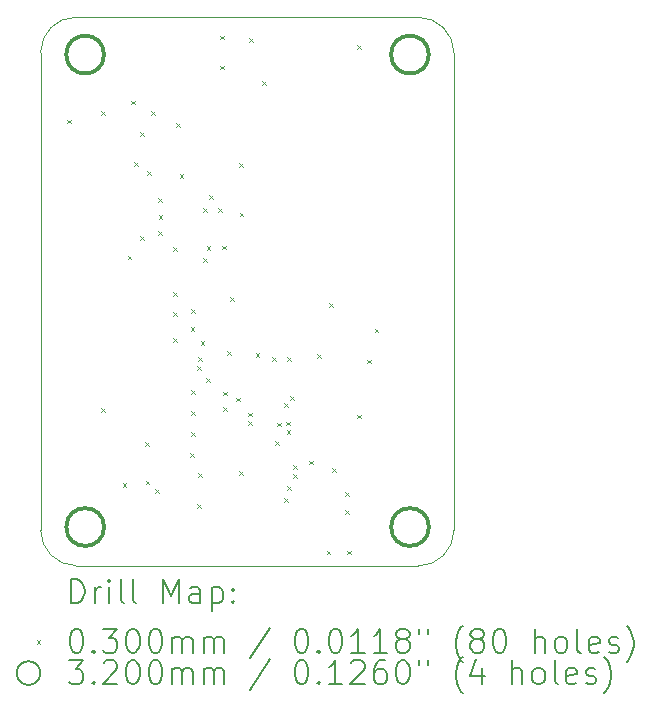
<source format=gbr>
%TF.GenerationSoftware,KiCad,Pcbnew,8.0.8*%
%TF.CreationDate,2025-04-15T16:19:55+05:30*%
%TF.ProjectId,STHDAQ_BX,53544844-4151-45f4-9258-2e6b69636164,rev?*%
%TF.SameCoordinates,Original*%
%TF.FileFunction,Drillmap*%
%TF.FilePolarity,Positive*%
%FSLAX45Y45*%
G04 Gerber Fmt 4.5, Leading zero omitted, Abs format (unit mm)*
G04 Created by KiCad (PCBNEW 8.0.8) date 2025-04-15 16:19:55*
%MOMM*%
%LPD*%
G01*
G04 APERTURE LIST*
%ADD10C,0.050000*%
%ADD11C,0.200000*%
%ADD12C,0.100000*%
%ADD13C,0.320000*%
G04 APERTURE END LIST*
D10*
X17322800Y-12746000D02*
G75*
G02*
X17022800Y-12446000I0J300000D01*
G01*
X20523200Y-8407400D02*
X20523200Y-12446000D01*
X17322800Y-8102600D02*
X20218400Y-8102600D01*
X20218400Y-12750007D02*
X17322800Y-12746000D01*
X17022800Y-12446000D02*
X17022800Y-8402600D01*
X20218400Y-8102600D02*
G75*
G02*
X20523200Y-8407400I0J-304800D01*
G01*
X20522407Y-12446000D02*
G75*
G02*
X20218400Y-12750007I-304007J0D01*
G01*
X17022800Y-8402600D02*
G75*
G02*
X17322800Y-8102600I300000J0D01*
G01*
D11*
D12*
X17246200Y-8971000D02*
X17276200Y-9001000D01*
X17276200Y-8971000D02*
X17246200Y-9001000D01*
X17534600Y-8899000D02*
X17564600Y-8929000D01*
X17564600Y-8899000D02*
X17534600Y-8929000D01*
X17536400Y-11413000D02*
X17566400Y-11443000D01*
X17566400Y-11413000D02*
X17536400Y-11443000D01*
X17719500Y-12050000D02*
X17749500Y-12080000D01*
X17749500Y-12050000D02*
X17719500Y-12080000D01*
X17761149Y-10123451D02*
X17791149Y-10153451D01*
X17791149Y-10123451D02*
X17761149Y-10153451D01*
X17790400Y-8808850D02*
X17820400Y-8838850D01*
X17820400Y-8808850D02*
X17790400Y-8838850D01*
X17815800Y-9332200D02*
X17845800Y-9362200D01*
X17845800Y-9332200D02*
X17815800Y-9362200D01*
X17866600Y-9078555D02*
X17896600Y-9108555D01*
X17896600Y-9078555D02*
X17866600Y-9108555D01*
X17866600Y-9957150D02*
X17896600Y-9987150D01*
X17896600Y-9957150D02*
X17866600Y-9987150D01*
X17907350Y-11703400D02*
X17937350Y-11733400D01*
X17937350Y-11703400D02*
X17907350Y-11733400D01*
X17914655Y-12027345D02*
X17944655Y-12057345D01*
X17944655Y-12027345D02*
X17914655Y-12057345D01*
X17927750Y-9408400D02*
X17957750Y-9438400D01*
X17957750Y-9408400D02*
X17927750Y-9438400D01*
X17961400Y-8901800D02*
X17991400Y-8931800D01*
X17991400Y-8901800D02*
X17961400Y-8931800D01*
X17993600Y-12100800D02*
X18023600Y-12130800D01*
X18023600Y-12100800D02*
X17993600Y-12130800D01*
X18019000Y-9637000D02*
X18049000Y-9667000D01*
X18049000Y-9637000D02*
X18019000Y-9667000D01*
X18019000Y-9916400D02*
X18049000Y-9946400D01*
X18049000Y-9916400D02*
X18019000Y-9946400D01*
X18023500Y-9780008D02*
X18053500Y-9810008D01*
X18053500Y-9780008D02*
X18023500Y-9810008D01*
X18146000Y-10048700D02*
X18176000Y-10078700D01*
X18176000Y-10048700D02*
X18146000Y-10078700D01*
X18146000Y-10429700D02*
X18176000Y-10459700D01*
X18176000Y-10429700D02*
X18146000Y-10459700D01*
X18146000Y-10602200D02*
X18176000Y-10632200D01*
X18176000Y-10602200D02*
X18146000Y-10632200D01*
X18146000Y-10820750D02*
X18176000Y-10850750D01*
X18176000Y-10820750D02*
X18146000Y-10850750D01*
X18170400Y-9003200D02*
X18200400Y-9033200D01*
X18200400Y-9003200D02*
X18170400Y-9033200D01*
X18199000Y-9430739D02*
X18229000Y-9460739D01*
X18229000Y-9430739D02*
X18199000Y-9460739D01*
X18289800Y-11796000D02*
X18319800Y-11826000D01*
X18319800Y-11796000D02*
X18289800Y-11826000D01*
X18293500Y-10729200D02*
X18323500Y-10759200D01*
X18323500Y-10729200D02*
X18293500Y-10759200D01*
X18298400Y-10576800D02*
X18328400Y-10606800D01*
X18328400Y-10576800D02*
X18298400Y-10606800D01*
X18298400Y-11262600D02*
X18328400Y-11292600D01*
X18328400Y-11262600D02*
X18298400Y-11292600D01*
X18298400Y-11440400D02*
X18328400Y-11470400D01*
X18328400Y-11440400D02*
X18298400Y-11470400D01*
X18298400Y-11618200D02*
X18328400Y-11648200D01*
X18328400Y-11618200D02*
X18298400Y-11648200D01*
X18349200Y-11059400D02*
X18379200Y-11089400D01*
X18379200Y-11059400D02*
X18349200Y-11089400D01*
X18349200Y-12227800D02*
X18379200Y-12257800D01*
X18379200Y-12227800D02*
X18349200Y-12257800D01*
X18357574Y-10983200D02*
X18387574Y-11013200D01*
X18387574Y-10983200D02*
X18357574Y-11013200D01*
X18359250Y-11963750D02*
X18389250Y-11993750D01*
X18389250Y-11963750D02*
X18359250Y-11993750D01*
X18379200Y-10847598D02*
X18409200Y-10877598D01*
X18409200Y-10847598D02*
X18379200Y-10877598D01*
X18400000Y-9719000D02*
X18430000Y-9749000D01*
X18430000Y-9719000D02*
X18400000Y-9749000D01*
X18400000Y-10145000D02*
X18430000Y-10175000D01*
X18430000Y-10145000D02*
X18400000Y-10175000D01*
X18426144Y-11160256D02*
X18456144Y-11190256D01*
X18456144Y-11160256D02*
X18426144Y-11190256D01*
X18428145Y-10040655D02*
X18458145Y-10070655D01*
X18458145Y-10040655D02*
X18428145Y-10070655D01*
X18450800Y-9611600D02*
X18480800Y-9641600D01*
X18480800Y-9611600D02*
X18450800Y-9641600D01*
X18527000Y-9719000D02*
X18557000Y-9749000D01*
X18557000Y-9719000D02*
X18527000Y-9749000D01*
X18545135Y-8259150D02*
X18575135Y-8289150D01*
X18575135Y-8259150D02*
X18545135Y-8289150D01*
X18545135Y-8513150D02*
X18575135Y-8543150D01*
X18575135Y-8513150D02*
X18545135Y-8543150D01*
X18559331Y-10036469D02*
X18589331Y-10066469D01*
X18589331Y-10036469D02*
X18559331Y-10066469D01*
X18570180Y-11274900D02*
X18600180Y-11304900D01*
X18600180Y-11274900D02*
X18570180Y-11304900D01*
X18570180Y-11404900D02*
X18600180Y-11434900D01*
X18600180Y-11404900D02*
X18570180Y-11434900D01*
X18603200Y-10932400D02*
X18633200Y-10962400D01*
X18633200Y-10932400D02*
X18603200Y-10962400D01*
X18628600Y-10475200D02*
X18658600Y-10505200D01*
X18658600Y-10475200D02*
X18628600Y-10505200D01*
X18680200Y-11324986D02*
X18710200Y-11354986D01*
X18710200Y-11324986D02*
X18680200Y-11354986D01*
X18704800Y-9340600D02*
X18734800Y-9370600D01*
X18734800Y-9340600D02*
X18704800Y-9370600D01*
X18704800Y-11948400D02*
X18734800Y-11978400D01*
X18734800Y-11948400D02*
X18704800Y-11978400D01*
X18709511Y-9760089D02*
X18739511Y-9790089D01*
X18739511Y-9760089D02*
X18709511Y-9790089D01*
X18780200Y-11452907D02*
X18810200Y-11482907D01*
X18810200Y-11452907D02*
X18780200Y-11482907D01*
X18780200Y-11522908D02*
X18810200Y-11552908D01*
X18810200Y-11522908D02*
X18780200Y-11552908D01*
X18788150Y-8281800D02*
X18818150Y-8311800D01*
X18818150Y-8281800D02*
X18788150Y-8311800D01*
X18843128Y-10946472D02*
X18873128Y-10976472D01*
X18873128Y-10946472D02*
X18843128Y-10976472D01*
X18899150Y-8646400D02*
X18929150Y-8676400D01*
X18929150Y-8646400D02*
X18899150Y-8676400D01*
X18984200Y-10983200D02*
X19014200Y-11013200D01*
X19014200Y-10983200D02*
X18984200Y-11013200D01*
X19009600Y-11694400D02*
X19039600Y-11724400D01*
X19039600Y-11694400D02*
X19009600Y-11724400D01*
X19026323Y-11537564D02*
X19056323Y-11567564D01*
X19056323Y-11537564D02*
X19026323Y-11567564D01*
X19085800Y-12177000D02*
X19115800Y-12207000D01*
X19115800Y-12177000D02*
X19085800Y-12207000D01*
X19086600Y-11370489D02*
X19116600Y-11400489D01*
X19116600Y-11370489D02*
X19086600Y-11400489D01*
X19104644Y-11529954D02*
X19134644Y-11559954D01*
X19134644Y-11529954D02*
X19104644Y-11559954D01*
X19107400Y-11599900D02*
X19137400Y-11629900D01*
X19137400Y-11599900D02*
X19107400Y-11629900D01*
X19111200Y-10983200D02*
X19141200Y-11013200D01*
X19141200Y-10983200D02*
X19111200Y-11013200D01*
X19111200Y-12075400D02*
X19141200Y-12105400D01*
X19141200Y-12075400D02*
X19111200Y-12105400D01*
X19136600Y-11313400D02*
X19166600Y-11343400D01*
X19166600Y-11313400D02*
X19136600Y-11343400D01*
X19162000Y-11973800D02*
X19192000Y-12003800D01*
X19192000Y-11973800D02*
X19162000Y-12003800D01*
X19162320Y-11897920D02*
X19192320Y-11927920D01*
X19192320Y-11897920D02*
X19162320Y-11927920D01*
X19296620Y-11859900D02*
X19326620Y-11889900D01*
X19326620Y-11859900D02*
X19296620Y-11889900D01*
X19365200Y-10957800D02*
X19395200Y-10987800D01*
X19395200Y-10957800D02*
X19365200Y-10987800D01*
X19444600Y-12622050D02*
X19474600Y-12652050D01*
X19474600Y-12622050D02*
X19444600Y-12652050D01*
X19466800Y-10526000D02*
X19496800Y-10556000D01*
X19496800Y-10526000D02*
X19466800Y-10556000D01*
X19492200Y-11923000D02*
X19522200Y-11953000D01*
X19522200Y-11923000D02*
X19492200Y-11953000D01*
X19603850Y-12126200D02*
X19633850Y-12156200D01*
X19633850Y-12126200D02*
X19603850Y-12156200D01*
X19603850Y-12278600D02*
X19633850Y-12308600D01*
X19633850Y-12278600D02*
X19603850Y-12308600D01*
X19619200Y-12622050D02*
X19649200Y-12652050D01*
X19649200Y-12622050D02*
X19619200Y-12652050D01*
X19704000Y-8341600D02*
X19734000Y-8371600D01*
X19734000Y-8341600D02*
X19704000Y-8371600D01*
X19704600Y-11467400D02*
X19734600Y-11497400D01*
X19734600Y-11467400D02*
X19704600Y-11497400D01*
X19786950Y-11004400D02*
X19816950Y-11034400D01*
X19816950Y-11004400D02*
X19786950Y-11034400D01*
X19851000Y-10741000D02*
X19881000Y-10771000D01*
X19881000Y-10741000D02*
X19851000Y-10771000D01*
D13*
X17560000Y-8420000D02*
G75*
G02*
X17240000Y-8420000I-160000J0D01*
G01*
X17240000Y-8420000D02*
G75*
G02*
X17560000Y-8420000I160000J0D01*
G01*
X17560000Y-12420000D02*
G75*
G02*
X17240000Y-12420000I-160000J0D01*
G01*
X17240000Y-12420000D02*
G75*
G02*
X17560000Y-12420000I160000J0D01*
G01*
X20310000Y-8420000D02*
G75*
G02*
X19990000Y-8420000I-160000J0D01*
G01*
X19990000Y-8420000D02*
G75*
G02*
X20310000Y-8420000I160000J0D01*
G01*
X20310000Y-12420000D02*
G75*
G02*
X19990000Y-12420000I-160000J0D01*
G01*
X19990000Y-12420000D02*
G75*
G02*
X20310000Y-12420000I160000J0D01*
G01*
D11*
X17281077Y-13063991D02*
X17281077Y-12863991D01*
X17281077Y-12863991D02*
X17328696Y-12863991D01*
X17328696Y-12863991D02*
X17357267Y-12873515D01*
X17357267Y-12873515D02*
X17376315Y-12892563D01*
X17376315Y-12892563D02*
X17385839Y-12911610D01*
X17385839Y-12911610D02*
X17395363Y-12949705D01*
X17395363Y-12949705D02*
X17395363Y-12978277D01*
X17395363Y-12978277D02*
X17385839Y-13016372D01*
X17385839Y-13016372D02*
X17376315Y-13035420D01*
X17376315Y-13035420D02*
X17357267Y-13054467D01*
X17357267Y-13054467D02*
X17328696Y-13063991D01*
X17328696Y-13063991D02*
X17281077Y-13063991D01*
X17481077Y-13063991D02*
X17481077Y-12930658D01*
X17481077Y-12968753D02*
X17490601Y-12949705D01*
X17490601Y-12949705D02*
X17500124Y-12940182D01*
X17500124Y-12940182D02*
X17519172Y-12930658D01*
X17519172Y-12930658D02*
X17538220Y-12930658D01*
X17604886Y-13063991D02*
X17604886Y-12930658D01*
X17604886Y-12863991D02*
X17595363Y-12873515D01*
X17595363Y-12873515D02*
X17604886Y-12883039D01*
X17604886Y-12883039D02*
X17614410Y-12873515D01*
X17614410Y-12873515D02*
X17604886Y-12863991D01*
X17604886Y-12863991D02*
X17604886Y-12883039D01*
X17728696Y-13063991D02*
X17709648Y-13054467D01*
X17709648Y-13054467D02*
X17700124Y-13035420D01*
X17700124Y-13035420D02*
X17700124Y-12863991D01*
X17833458Y-13063991D02*
X17814410Y-13054467D01*
X17814410Y-13054467D02*
X17804886Y-13035420D01*
X17804886Y-13035420D02*
X17804886Y-12863991D01*
X18062029Y-13063991D02*
X18062029Y-12863991D01*
X18062029Y-12863991D02*
X18128696Y-13006848D01*
X18128696Y-13006848D02*
X18195363Y-12863991D01*
X18195363Y-12863991D02*
X18195363Y-13063991D01*
X18376315Y-13063991D02*
X18376315Y-12959229D01*
X18376315Y-12959229D02*
X18366791Y-12940182D01*
X18366791Y-12940182D02*
X18347744Y-12930658D01*
X18347744Y-12930658D02*
X18309648Y-12930658D01*
X18309648Y-12930658D02*
X18290601Y-12940182D01*
X18376315Y-13054467D02*
X18357267Y-13063991D01*
X18357267Y-13063991D02*
X18309648Y-13063991D01*
X18309648Y-13063991D02*
X18290601Y-13054467D01*
X18290601Y-13054467D02*
X18281077Y-13035420D01*
X18281077Y-13035420D02*
X18281077Y-13016372D01*
X18281077Y-13016372D02*
X18290601Y-12997324D01*
X18290601Y-12997324D02*
X18309648Y-12987801D01*
X18309648Y-12987801D02*
X18357267Y-12987801D01*
X18357267Y-12987801D02*
X18376315Y-12978277D01*
X18471553Y-12930658D02*
X18471553Y-13130658D01*
X18471553Y-12940182D02*
X18490601Y-12930658D01*
X18490601Y-12930658D02*
X18528696Y-12930658D01*
X18528696Y-12930658D02*
X18547744Y-12940182D01*
X18547744Y-12940182D02*
X18557267Y-12949705D01*
X18557267Y-12949705D02*
X18566791Y-12968753D01*
X18566791Y-12968753D02*
X18566791Y-13025896D01*
X18566791Y-13025896D02*
X18557267Y-13044943D01*
X18557267Y-13044943D02*
X18547744Y-13054467D01*
X18547744Y-13054467D02*
X18528696Y-13063991D01*
X18528696Y-13063991D02*
X18490601Y-13063991D01*
X18490601Y-13063991D02*
X18471553Y-13054467D01*
X18652505Y-13044943D02*
X18662029Y-13054467D01*
X18662029Y-13054467D02*
X18652505Y-13063991D01*
X18652505Y-13063991D02*
X18642982Y-13054467D01*
X18642982Y-13054467D02*
X18652505Y-13044943D01*
X18652505Y-13044943D02*
X18652505Y-13063991D01*
X18652505Y-12940182D02*
X18662029Y-12949705D01*
X18662029Y-12949705D02*
X18652505Y-12959229D01*
X18652505Y-12959229D02*
X18642982Y-12949705D01*
X18642982Y-12949705D02*
X18652505Y-12940182D01*
X18652505Y-12940182D02*
X18652505Y-12959229D01*
D12*
X16990300Y-13377507D02*
X17020300Y-13407507D01*
X17020300Y-13377507D02*
X16990300Y-13407507D01*
D11*
X17319172Y-13283991D02*
X17338220Y-13283991D01*
X17338220Y-13283991D02*
X17357267Y-13293515D01*
X17357267Y-13293515D02*
X17366791Y-13303039D01*
X17366791Y-13303039D02*
X17376315Y-13322086D01*
X17376315Y-13322086D02*
X17385839Y-13360182D01*
X17385839Y-13360182D02*
X17385839Y-13407801D01*
X17385839Y-13407801D02*
X17376315Y-13445896D01*
X17376315Y-13445896D02*
X17366791Y-13464943D01*
X17366791Y-13464943D02*
X17357267Y-13474467D01*
X17357267Y-13474467D02*
X17338220Y-13483991D01*
X17338220Y-13483991D02*
X17319172Y-13483991D01*
X17319172Y-13483991D02*
X17300124Y-13474467D01*
X17300124Y-13474467D02*
X17290601Y-13464943D01*
X17290601Y-13464943D02*
X17281077Y-13445896D01*
X17281077Y-13445896D02*
X17271553Y-13407801D01*
X17271553Y-13407801D02*
X17271553Y-13360182D01*
X17271553Y-13360182D02*
X17281077Y-13322086D01*
X17281077Y-13322086D02*
X17290601Y-13303039D01*
X17290601Y-13303039D02*
X17300124Y-13293515D01*
X17300124Y-13293515D02*
X17319172Y-13283991D01*
X17471553Y-13464943D02*
X17481077Y-13474467D01*
X17481077Y-13474467D02*
X17471553Y-13483991D01*
X17471553Y-13483991D02*
X17462029Y-13474467D01*
X17462029Y-13474467D02*
X17471553Y-13464943D01*
X17471553Y-13464943D02*
X17471553Y-13483991D01*
X17547744Y-13283991D02*
X17671553Y-13283991D01*
X17671553Y-13283991D02*
X17604886Y-13360182D01*
X17604886Y-13360182D02*
X17633458Y-13360182D01*
X17633458Y-13360182D02*
X17652505Y-13369705D01*
X17652505Y-13369705D02*
X17662029Y-13379229D01*
X17662029Y-13379229D02*
X17671553Y-13398277D01*
X17671553Y-13398277D02*
X17671553Y-13445896D01*
X17671553Y-13445896D02*
X17662029Y-13464943D01*
X17662029Y-13464943D02*
X17652505Y-13474467D01*
X17652505Y-13474467D02*
X17633458Y-13483991D01*
X17633458Y-13483991D02*
X17576315Y-13483991D01*
X17576315Y-13483991D02*
X17557267Y-13474467D01*
X17557267Y-13474467D02*
X17547744Y-13464943D01*
X17795363Y-13283991D02*
X17814410Y-13283991D01*
X17814410Y-13283991D02*
X17833458Y-13293515D01*
X17833458Y-13293515D02*
X17842982Y-13303039D01*
X17842982Y-13303039D02*
X17852505Y-13322086D01*
X17852505Y-13322086D02*
X17862029Y-13360182D01*
X17862029Y-13360182D02*
X17862029Y-13407801D01*
X17862029Y-13407801D02*
X17852505Y-13445896D01*
X17852505Y-13445896D02*
X17842982Y-13464943D01*
X17842982Y-13464943D02*
X17833458Y-13474467D01*
X17833458Y-13474467D02*
X17814410Y-13483991D01*
X17814410Y-13483991D02*
X17795363Y-13483991D01*
X17795363Y-13483991D02*
X17776315Y-13474467D01*
X17776315Y-13474467D02*
X17766791Y-13464943D01*
X17766791Y-13464943D02*
X17757267Y-13445896D01*
X17757267Y-13445896D02*
X17747744Y-13407801D01*
X17747744Y-13407801D02*
X17747744Y-13360182D01*
X17747744Y-13360182D02*
X17757267Y-13322086D01*
X17757267Y-13322086D02*
X17766791Y-13303039D01*
X17766791Y-13303039D02*
X17776315Y-13293515D01*
X17776315Y-13293515D02*
X17795363Y-13283991D01*
X17985839Y-13283991D02*
X18004886Y-13283991D01*
X18004886Y-13283991D02*
X18023934Y-13293515D01*
X18023934Y-13293515D02*
X18033458Y-13303039D01*
X18033458Y-13303039D02*
X18042982Y-13322086D01*
X18042982Y-13322086D02*
X18052505Y-13360182D01*
X18052505Y-13360182D02*
X18052505Y-13407801D01*
X18052505Y-13407801D02*
X18042982Y-13445896D01*
X18042982Y-13445896D02*
X18033458Y-13464943D01*
X18033458Y-13464943D02*
X18023934Y-13474467D01*
X18023934Y-13474467D02*
X18004886Y-13483991D01*
X18004886Y-13483991D02*
X17985839Y-13483991D01*
X17985839Y-13483991D02*
X17966791Y-13474467D01*
X17966791Y-13474467D02*
X17957267Y-13464943D01*
X17957267Y-13464943D02*
X17947744Y-13445896D01*
X17947744Y-13445896D02*
X17938220Y-13407801D01*
X17938220Y-13407801D02*
X17938220Y-13360182D01*
X17938220Y-13360182D02*
X17947744Y-13322086D01*
X17947744Y-13322086D02*
X17957267Y-13303039D01*
X17957267Y-13303039D02*
X17966791Y-13293515D01*
X17966791Y-13293515D02*
X17985839Y-13283991D01*
X18138220Y-13483991D02*
X18138220Y-13350658D01*
X18138220Y-13369705D02*
X18147744Y-13360182D01*
X18147744Y-13360182D02*
X18166791Y-13350658D01*
X18166791Y-13350658D02*
X18195363Y-13350658D01*
X18195363Y-13350658D02*
X18214410Y-13360182D01*
X18214410Y-13360182D02*
X18223934Y-13379229D01*
X18223934Y-13379229D02*
X18223934Y-13483991D01*
X18223934Y-13379229D02*
X18233458Y-13360182D01*
X18233458Y-13360182D02*
X18252505Y-13350658D01*
X18252505Y-13350658D02*
X18281077Y-13350658D01*
X18281077Y-13350658D02*
X18300125Y-13360182D01*
X18300125Y-13360182D02*
X18309648Y-13379229D01*
X18309648Y-13379229D02*
X18309648Y-13483991D01*
X18404886Y-13483991D02*
X18404886Y-13350658D01*
X18404886Y-13369705D02*
X18414410Y-13360182D01*
X18414410Y-13360182D02*
X18433458Y-13350658D01*
X18433458Y-13350658D02*
X18462029Y-13350658D01*
X18462029Y-13350658D02*
X18481077Y-13360182D01*
X18481077Y-13360182D02*
X18490601Y-13379229D01*
X18490601Y-13379229D02*
X18490601Y-13483991D01*
X18490601Y-13379229D02*
X18500125Y-13360182D01*
X18500125Y-13360182D02*
X18519172Y-13350658D01*
X18519172Y-13350658D02*
X18547744Y-13350658D01*
X18547744Y-13350658D02*
X18566791Y-13360182D01*
X18566791Y-13360182D02*
X18576315Y-13379229D01*
X18576315Y-13379229D02*
X18576315Y-13483991D01*
X18966791Y-13274467D02*
X18795363Y-13531610D01*
X19223934Y-13283991D02*
X19242982Y-13283991D01*
X19242982Y-13283991D02*
X19262029Y-13293515D01*
X19262029Y-13293515D02*
X19271553Y-13303039D01*
X19271553Y-13303039D02*
X19281077Y-13322086D01*
X19281077Y-13322086D02*
X19290601Y-13360182D01*
X19290601Y-13360182D02*
X19290601Y-13407801D01*
X19290601Y-13407801D02*
X19281077Y-13445896D01*
X19281077Y-13445896D02*
X19271553Y-13464943D01*
X19271553Y-13464943D02*
X19262029Y-13474467D01*
X19262029Y-13474467D02*
X19242982Y-13483991D01*
X19242982Y-13483991D02*
X19223934Y-13483991D01*
X19223934Y-13483991D02*
X19204887Y-13474467D01*
X19204887Y-13474467D02*
X19195363Y-13464943D01*
X19195363Y-13464943D02*
X19185839Y-13445896D01*
X19185839Y-13445896D02*
X19176315Y-13407801D01*
X19176315Y-13407801D02*
X19176315Y-13360182D01*
X19176315Y-13360182D02*
X19185839Y-13322086D01*
X19185839Y-13322086D02*
X19195363Y-13303039D01*
X19195363Y-13303039D02*
X19204887Y-13293515D01*
X19204887Y-13293515D02*
X19223934Y-13283991D01*
X19376315Y-13464943D02*
X19385839Y-13474467D01*
X19385839Y-13474467D02*
X19376315Y-13483991D01*
X19376315Y-13483991D02*
X19366791Y-13474467D01*
X19366791Y-13474467D02*
X19376315Y-13464943D01*
X19376315Y-13464943D02*
X19376315Y-13483991D01*
X19509648Y-13283991D02*
X19528696Y-13283991D01*
X19528696Y-13283991D02*
X19547744Y-13293515D01*
X19547744Y-13293515D02*
X19557268Y-13303039D01*
X19557268Y-13303039D02*
X19566791Y-13322086D01*
X19566791Y-13322086D02*
X19576315Y-13360182D01*
X19576315Y-13360182D02*
X19576315Y-13407801D01*
X19576315Y-13407801D02*
X19566791Y-13445896D01*
X19566791Y-13445896D02*
X19557268Y-13464943D01*
X19557268Y-13464943D02*
X19547744Y-13474467D01*
X19547744Y-13474467D02*
X19528696Y-13483991D01*
X19528696Y-13483991D02*
X19509648Y-13483991D01*
X19509648Y-13483991D02*
X19490601Y-13474467D01*
X19490601Y-13474467D02*
X19481077Y-13464943D01*
X19481077Y-13464943D02*
X19471553Y-13445896D01*
X19471553Y-13445896D02*
X19462029Y-13407801D01*
X19462029Y-13407801D02*
X19462029Y-13360182D01*
X19462029Y-13360182D02*
X19471553Y-13322086D01*
X19471553Y-13322086D02*
X19481077Y-13303039D01*
X19481077Y-13303039D02*
X19490601Y-13293515D01*
X19490601Y-13293515D02*
X19509648Y-13283991D01*
X19766791Y-13483991D02*
X19652506Y-13483991D01*
X19709648Y-13483991D02*
X19709648Y-13283991D01*
X19709648Y-13283991D02*
X19690601Y-13312563D01*
X19690601Y-13312563D02*
X19671553Y-13331610D01*
X19671553Y-13331610D02*
X19652506Y-13341134D01*
X19957268Y-13483991D02*
X19842982Y-13483991D01*
X19900125Y-13483991D02*
X19900125Y-13283991D01*
X19900125Y-13283991D02*
X19881077Y-13312563D01*
X19881077Y-13312563D02*
X19862029Y-13331610D01*
X19862029Y-13331610D02*
X19842982Y-13341134D01*
X20071553Y-13369705D02*
X20052506Y-13360182D01*
X20052506Y-13360182D02*
X20042982Y-13350658D01*
X20042982Y-13350658D02*
X20033458Y-13331610D01*
X20033458Y-13331610D02*
X20033458Y-13322086D01*
X20033458Y-13322086D02*
X20042982Y-13303039D01*
X20042982Y-13303039D02*
X20052506Y-13293515D01*
X20052506Y-13293515D02*
X20071553Y-13283991D01*
X20071553Y-13283991D02*
X20109649Y-13283991D01*
X20109649Y-13283991D02*
X20128696Y-13293515D01*
X20128696Y-13293515D02*
X20138220Y-13303039D01*
X20138220Y-13303039D02*
X20147744Y-13322086D01*
X20147744Y-13322086D02*
X20147744Y-13331610D01*
X20147744Y-13331610D02*
X20138220Y-13350658D01*
X20138220Y-13350658D02*
X20128696Y-13360182D01*
X20128696Y-13360182D02*
X20109649Y-13369705D01*
X20109649Y-13369705D02*
X20071553Y-13369705D01*
X20071553Y-13369705D02*
X20052506Y-13379229D01*
X20052506Y-13379229D02*
X20042982Y-13388753D01*
X20042982Y-13388753D02*
X20033458Y-13407801D01*
X20033458Y-13407801D02*
X20033458Y-13445896D01*
X20033458Y-13445896D02*
X20042982Y-13464943D01*
X20042982Y-13464943D02*
X20052506Y-13474467D01*
X20052506Y-13474467D02*
X20071553Y-13483991D01*
X20071553Y-13483991D02*
X20109649Y-13483991D01*
X20109649Y-13483991D02*
X20128696Y-13474467D01*
X20128696Y-13474467D02*
X20138220Y-13464943D01*
X20138220Y-13464943D02*
X20147744Y-13445896D01*
X20147744Y-13445896D02*
X20147744Y-13407801D01*
X20147744Y-13407801D02*
X20138220Y-13388753D01*
X20138220Y-13388753D02*
X20128696Y-13379229D01*
X20128696Y-13379229D02*
X20109649Y-13369705D01*
X20223934Y-13283991D02*
X20223934Y-13322086D01*
X20300125Y-13283991D02*
X20300125Y-13322086D01*
X20595363Y-13560182D02*
X20585839Y-13550658D01*
X20585839Y-13550658D02*
X20566791Y-13522086D01*
X20566791Y-13522086D02*
X20557268Y-13503039D01*
X20557268Y-13503039D02*
X20547744Y-13474467D01*
X20547744Y-13474467D02*
X20538220Y-13426848D01*
X20538220Y-13426848D02*
X20538220Y-13388753D01*
X20538220Y-13388753D02*
X20547744Y-13341134D01*
X20547744Y-13341134D02*
X20557268Y-13312563D01*
X20557268Y-13312563D02*
X20566791Y-13293515D01*
X20566791Y-13293515D02*
X20585839Y-13264943D01*
X20585839Y-13264943D02*
X20595363Y-13255420D01*
X20700125Y-13369705D02*
X20681077Y-13360182D01*
X20681077Y-13360182D02*
X20671553Y-13350658D01*
X20671553Y-13350658D02*
X20662030Y-13331610D01*
X20662030Y-13331610D02*
X20662030Y-13322086D01*
X20662030Y-13322086D02*
X20671553Y-13303039D01*
X20671553Y-13303039D02*
X20681077Y-13293515D01*
X20681077Y-13293515D02*
X20700125Y-13283991D01*
X20700125Y-13283991D02*
X20738220Y-13283991D01*
X20738220Y-13283991D02*
X20757268Y-13293515D01*
X20757268Y-13293515D02*
X20766791Y-13303039D01*
X20766791Y-13303039D02*
X20776315Y-13322086D01*
X20776315Y-13322086D02*
X20776315Y-13331610D01*
X20776315Y-13331610D02*
X20766791Y-13350658D01*
X20766791Y-13350658D02*
X20757268Y-13360182D01*
X20757268Y-13360182D02*
X20738220Y-13369705D01*
X20738220Y-13369705D02*
X20700125Y-13369705D01*
X20700125Y-13369705D02*
X20681077Y-13379229D01*
X20681077Y-13379229D02*
X20671553Y-13388753D01*
X20671553Y-13388753D02*
X20662030Y-13407801D01*
X20662030Y-13407801D02*
X20662030Y-13445896D01*
X20662030Y-13445896D02*
X20671553Y-13464943D01*
X20671553Y-13464943D02*
X20681077Y-13474467D01*
X20681077Y-13474467D02*
X20700125Y-13483991D01*
X20700125Y-13483991D02*
X20738220Y-13483991D01*
X20738220Y-13483991D02*
X20757268Y-13474467D01*
X20757268Y-13474467D02*
X20766791Y-13464943D01*
X20766791Y-13464943D02*
X20776315Y-13445896D01*
X20776315Y-13445896D02*
X20776315Y-13407801D01*
X20776315Y-13407801D02*
X20766791Y-13388753D01*
X20766791Y-13388753D02*
X20757268Y-13379229D01*
X20757268Y-13379229D02*
X20738220Y-13369705D01*
X20900125Y-13283991D02*
X20919172Y-13283991D01*
X20919172Y-13283991D02*
X20938220Y-13293515D01*
X20938220Y-13293515D02*
X20947744Y-13303039D01*
X20947744Y-13303039D02*
X20957268Y-13322086D01*
X20957268Y-13322086D02*
X20966791Y-13360182D01*
X20966791Y-13360182D02*
X20966791Y-13407801D01*
X20966791Y-13407801D02*
X20957268Y-13445896D01*
X20957268Y-13445896D02*
X20947744Y-13464943D01*
X20947744Y-13464943D02*
X20938220Y-13474467D01*
X20938220Y-13474467D02*
X20919172Y-13483991D01*
X20919172Y-13483991D02*
X20900125Y-13483991D01*
X20900125Y-13483991D02*
X20881077Y-13474467D01*
X20881077Y-13474467D02*
X20871553Y-13464943D01*
X20871553Y-13464943D02*
X20862030Y-13445896D01*
X20862030Y-13445896D02*
X20852506Y-13407801D01*
X20852506Y-13407801D02*
X20852506Y-13360182D01*
X20852506Y-13360182D02*
X20862030Y-13322086D01*
X20862030Y-13322086D02*
X20871553Y-13303039D01*
X20871553Y-13303039D02*
X20881077Y-13293515D01*
X20881077Y-13293515D02*
X20900125Y-13283991D01*
X21204887Y-13483991D02*
X21204887Y-13283991D01*
X21290601Y-13483991D02*
X21290601Y-13379229D01*
X21290601Y-13379229D02*
X21281077Y-13360182D01*
X21281077Y-13360182D02*
X21262030Y-13350658D01*
X21262030Y-13350658D02*
X21233458Y-13350658D01*
X21233458Y-13350658D02*
X21214411Y-13360182D01*
X21214411Y-13360182D02*
X21204887Y-13369705D01*
X21414411Y-13483991D02*
X21395363Y-13474467D01*
X21395363Y-13474467D02*
X21385839Y-13464943D01*
X21385839Y-13464943D02*
X21376315Y-13445896D01*
X21376315Y-13445896D02*
X21376315Y-13388753D01*
X21376315Y-13388753D02*
X21385839Y-13369705D01*
X21385839Y-13369705D02*
X21395363Y-13360182D01*
X21395363Y-13360182D02*
X21414411Y-13350658D01*
X21414411Y-13350658D02*
X21442982Y-13350658D01*
X21442982Y-13350658D02*
X21462030Y-13360182D01*
X21462030Y-13360182D02*
X21471553Y-13369705D01*
X21471553Y-13369705D02*
X21481077Y-13388753D01*
X21481077Y-13388753D02*
X21481077Y-13445896D01*
X21481077Y-13445896D02*
X21471553Y-13464943D01*
X21471553Y-13464943D02*
X21462030Y-13474467D01*
X21462030Y-13474467D02*
X21442982Y-13483991D01*
X21442982Y-13483991D02*
X21414411Y-13483991D01*
X21595363Y-13483991D02*
X21576315Y-13474467D01*
X21576315Y-13474467D02*
X21566792Y-13455420D01*
X21566792Y-13455420D02*
X21566792Y-13283991D01*
X21747744Y-13474467D02*
X21728696Y-13483991D01*
X21728696Y-13483991D02*
X21690601Y-13483991D01*
X21690601Y-13483991D02*
X21671553Y-13474467D01*
X21671553Y-13474467D02*
X21662030Y-13455420D01*
X21662030Y-13455420D02*
X21662030Y-13379229D01*
X21662030Y-13379229D02*
X21671553Y-13360182D01*
X21671553Y-13360182D02*
X21690601Y-13350658D01*
X21690601Y-13350658D02*
X21728696Y-13350658D01*
X21728696Y-13350658D02*
X21747744Y-13360182D01*
X21747744Y-13360182D02*
X21757268Y-13379229D01*
X21757268Y-13379229D02*
X21757268Y-13398277D01*
X21757268Y-13398277D02*
X21662030Y-13417324D01*
X21833458Y-13474467D02*
X21852506Y-13483991D01*
X21852506Y-13483991D02*
X21890601Y-13483991D01*
X21890601Y-13483991D02*
X21909649Y-13474467D01*
X21909649Y-13474467D02*
X21919173Y-13455420D01*
X21919173Y-13455420D02*
X21919173Y-13445896D01*
X21919173Y-13445896D02*
X21909649Y-13426848D01*
X21909649Y-13426848D02*
X21890601Y-13417324D01*
X21890601Y-13417324D02*
X21862030Y-13417324D01*
X21862030Y-13417324D02*
X21842982Y-13407801D01*
X21842982Y-13407801D02*
X21833458Y-13388753D01*
X21833458Y-13388753D02*
X21833458Y-13379229D01*
X21833458Y-13379229D02*
X21842982Y-13360182D01*
X21842982Y-13360182D02*
X21862030Y-13350658D01*
X21862030Y-13350658D02*
X21890601Y-13350658D01*
X21890601Y-13350658D02*
X21909649Y-13360182D01*
X21985839Y-13560182D02*
X21995363Y-13550658D01*
X21995363Y-13550658D02*
X22014411Y-13522086D01*
X22014411Y-13522086D02*
X22023934Y-13503039D01*
X22023934Y-13503039D02*
X22033458Y-13474467D01*
X22033458Y-13474467D02*
X22042982Y-13426848D01*
X22042982Y-13426848D02*
X22042982Y-13388753D01*
X22042982Y-13388753D02*
X22033458Y-13341134D01*
X22033458Y-13341134D02*
X22023934Y-13312563D01*
X22023934Y-13312563D02*
X22014411Y-13293515D01*
X22014411Y-13293515D02*
X21995363Y-13264943D01*
X21995363Y-13264943D02*
X21985839Y-13255420D01*
X17020300Y-13656507D02*
G75*
G02*
X16820300Y-13656507I-100000J0D01*
G01*
X16820300Y-13656507D02*
G75*
G02*
X17020300Y-13656507I100000J0D01*
G01*
X17262029Y-13547991D02*
X17385839Y-13547991D01*
X17385839Y-13547991D02*
X17319172Y-13624182D01*
X17319172Y-13624182D02*
X17347744Y-13624182D01*
X17347744Y-13624182D02*
X17366791Y-13633705D01*
X17366791Y-13633705D02*
X17376315Y-13643229D01*
X17376315Y-13643229D02*
X17385839Y-13662277D01*
X17385839Y-13662277D02*
X17385839Y-13709896D01*
X17385839Y-13709896D02*
X17376315Y-13728943D01*
X17376315Y-13728943D02*
X17366791Y-13738467D01*
X17366791Y-13738467D02*
X17347744Y-13747991D01*
X17347744Y-13747991D02*
X17290601Y-13747991D01*
X17290601Y-13747991D02*
X17271553Y-13738467D01*
X17271553Y-13738467D02*
X17262029Y-13728943D01*
X17471553Y-13728943D02*
X17481077Y-13738467D01*
X17481077Y-13738467D02*
X17471553Y-13747991D01*
X17471553Y-13747991D02*
X17462029Y-13738467D01*
X17462029Y-13738467D02*
X17471553Y-13728943D01*
X17471553Y-13728943D02*
X17471553Y-13747991D01*
X17557267Y-13567039D02*
X17566791Y-13557515D01*
X17566791Y-13557515D02*
X17585839Y-13547991D01*
X17585839Y-13547991D02*
X17633458Y-13547991D01*
X17633458Y-13547991D02*
X17652505Y-13557515D01*
X17652505Y-13557515D02*
X17662029Y-13567039D01*
X17662029Y-13567039D02*
X17671553Y-13586086D01*
X17671553Y-13586086D02*
X17671553Y-13605134D01*
X17671553Y-13605134D02*
X17662029Y-13633705D01*
X17662029Y-13633705D02*
X17547744Y-13747991D01*
X17547744Y-13747991D02*
X17671553Y-13747991D01*
X17795363Y-13547991D02*
X17814410Y-13547991D01*
X17814410Y-13547991D02*
X17833458Y-13557515D01*
X17833458Y-13557515D02*
X17842982Y-13567039D01*
X17842982Y-13567039D02*
X17852505Y-13586086D01*
X17852505Y-13586086D02*
X17862029Y-13624182D01*
X17862029Y-13624182D02*
X17862029Y-13671801D01*
X17862029Y-13671801D02*
X17852505Y-13709896D01*
X17852505Y-13709896D02*
X17842982Y-13728943D01*
X17842982Y-13728943D02*
X17833458Y-13738467D01*
X17833458Y-13738467D02*
X17814410Y-13747991D01*
X17814410Y-13747991D02*
X17795363Y-13747991D01*
X17795363Y-13747991D02*
X17776315Y-13738467D01*
X17776315Y-13738467D02*
X17766791Y-13728943D01*
X17766791Y-13728943D02*
X17757267Y-13709896D01*
X17757267Y-13709896D02*
X17747744Y-13671801D01*
X17747744Y-13671801D02*
X17747744Y-13624182D01*
X17747744Y-13624182D02*
X17757267Y-13586086D01*
X17757267Y-13586086D02*
X17766791Y-13567039D01*
X17766791Y-13567039D02*
X17776315Y-13557515D01*
X17776315Y-13557515D02*
X17795363Y-13547991D01*
X17985839Y-13547991D02*
X18004886Y-13547991D01*
X18004886Y-13547991D02*
X18023934Y-13557515D01*
X18023934Y-13557515D02*
X18033458Y-13567039D01*
X18033458Y-13567039D02*
X18042982Y-13586086D01*
X18042982Y-13586086D02*
X18052505Y-13624182D01*
X18052505Y-13624182D02*
X18052505Y-13671801D01*
X18052505Y-13671801D02*
X18042982Y-13709896D01*
X18042982Y-13709896D02*
X18033458Y-13728943D01*
X18033458Y-13728943D02*
X18023934Y-13738467D01*
X18023934Y-13738467D02*
X18004886Y-13747991D01*
X18004886Y-13747991D02*
X17985839Y-13747991D01*
X17985839Y-13747991D02*
X17966791Y-13738467D01*
X17966791Y-13738467D02*
X17957267Y-13728943D01*
X17957267Y-13728943D02*
X17947744Y-13709896D01*
X17947744Y-13709896D02*
X17938220Y-13671801D01*
X17938220Y-13671801D02*
X17938220Y-13624182D01*
X17938220Y-13624182D02*
X17947744Y-13586086D01*
X17947744Y-13586086D02*
X17957267Y-13567039D01*
X17957267Y-13567039D02*
X17966791Y-13557515D01*
X17966791Y-13557515D02*
X17985839Y-13547991D01*
X18138220Y-13747991D02*
X18138220Y-13614658D01*
X18138220Y-13633705D02*
X18147744Y-13624182D01*
X18147744Y-13624182D02*
X18166791Y-13614658D01*
X18166791Y-13614658D02*
X18195363Y-13614658D01*
X18195363Y-13614658D02*
X18214410Y-13624182D01*
X18214410Y-13624182D02*
X18223934Y-13643229D01*
X18223934Y-13643229D02*
X18223934Y-13747991D01*
X18223934Y-13643229D02*
X18233458Y-13624182D01*
X18233458Y-13624182D02*
X18252505Y-13614658D01*
X18252505Y-13614658D02*
X18281077Y-13614658D01*
X18281077Y-13614658D02*
X18300125Y-13624182D01*
X18300125Y-13624182D02*
X18309648Y-13643229D01*
X18309648Y-13643229D02*
X18309648Y-13747991D01*
X18404886Y-13747991D02*
X18404886Y-13614658D01*
X18404886Y-13633705D02*
X18414410Y-13624182D01*
X18414410Y-13624182D02*
X18433458Y-13614658D01*
X18433458Y-13614658D02*
X18462029Y-13614658D01*
X18462029Y-13614658D02*
X18481077Y-13624182D01*
X18481077Y-13624182D02*
X18490601Y-13643229D01*
X18490601Y-13643229D02*
X18490601Y-13747991D01*
X18490601Y-13643229D02*
X18500125Y-13624182D01*
X18500125Y-13624182D02*
X18519172Y-13614658D01*
X18519172Y-13614658D02*
X18547744Y-13614658D01*
X18547744Y-13614658D02*
X18566791Y-13624182D01*
X18566791Y-13624182D02*
X18576315Y-13643229D01*
X18576315Y-13643229D02*
X18576315Y-13747991D01*
X18966791Y-13538467D02*
X18795363Y-13795610D01*
X19223934Y-13547991D02*
X19242982Y-13547991D01*
X19242982Y-13547991D02*
X19262029Y-13557515D01*
X19262029Y-13557515D02*
X19271553Y-13567039D01*
X19271553Y-13567039D02*
X19281077Y-13586086D01*
X19281077Y-13586086D02*
X19290601Y-13624182D01*
X19290601Y-13624182D02*
X19290601Y-13671801D01*
X19290601Y-13671801D02*
X19281077Y-13709896D01*
X19281077Y-13709896D02*
X19271553Y-13728943D01*
X19271553Y-13728943D02*
X19262029Y-13738467D01*
X19262029Y-13738467D02*
X19242982Y-13747991D01*
X19242982Y-13747991D02*
X19223934Y-13747991D01*
X19223934Y-13747991D02*
X19204887Y-13738467D01*
X19204887Y-13738467D02*
X19195363Y-13728943D01*
X19195363Y-13728943D02*
X19185839Y-13709896D01*
X19185839Y-13709896D02*
X19176315Y-13671801D01*
X19176315Y-13671801D02*
X19176315Y-13624182D01*
X19176315Y-13624182D02*
X19185839Y-13586086D01*
X19185839Y-13586086D02*
X19195363Y-13567039D01*
X19195363Y-13567039D02*
X19204887Y-13557515D01*
X19204887Y-13557515D02*
X19223934Y-13547991D01*
X19376315Y-13728943D02*
X19385839Y-13738467D01*
X19385839Y-13738467D02*
X19376315Y-13747991D01*
X19376315Y-13747991D02*
X19366791Y-13738467D01*
X19366791Y-13738467D02*
X19376315Y-13728943D01*
X19376315Y-13728943D02*
X19376315Y-13747991D01*
X19576315Y-13747991D02*
X19462029Y-13747991D01*
X19519172Y-13747991D02*
X19519172Y-13547991D01*
X19519172Y-13547991D02*
X19500125Y-13576563D01*
X19500125Y-13576563D02*
X19481077Y-13595610D01*
X19481077Y-13595610D02*
X19462029Y-13605134D01*
X19652506Y-13567039D02*
X19662029Y-13557515D01*
X19662029Y-13557515D02*
X19681077Y-13547991D01*
X19681077Y-13547991D02*
X19728696Y-13547991D01*
X19728696Y-13547991D02*
X19747744Y-13557515D01*
X19747744Y-13557515D02*
X19757268Y-13567039D01*
X19757268Y-13567039D02*
X19766791Y-13586086D01*
X19766791Y-13586086D02*
X19766791Y-13605134D01*
X19766791Y-13605134D02*
X19757268Y-13633705D01*
X19757268Y-13633705D02*
X19642982Y-13747991D01*
X19642982Y-13747991D02*
X19766791Y-13747991D01*
X19938220Y-13547991D02*
X19900125Y-13547991D01*
X19900125Y-13547991D02*
X19881077Y-13557515D01*
X19881077Y-13557515D02*
X19871553Y-13567039D01*
X19871553Y-13567039D02*
X19852506Y-13595610D01*
X19852506Y-13595610D02*
X19842982Y-13633705D01*
X19842982Y-13633705D02*
X19842982Y-13709896D01*
X19842982Y-13709896D02*
X19852506Y-13728943D01*
X19852506Y-13728943D02*
X19862029Y-13738467D01*
X19862029Y-13738467D02*
X19881077Y-13747991D01*
X19881077Y-13747991D02*
X19919172Y-13747991D01*
X19919172Y-13747991D02*
X19938220Y-13738467D01*
X19938220Y-13738467D02*
X19947744Y-13728943D01*
X19947744Y-13728943D02*
X19957268Y-13709896D01*
X19957268Y-13709896D02*
X19957268Y-13662277D01*
X19957268Y-13662277D02*
X19947744Y-13643229D01*
X19947744Y-13643229D02*
X19938220Y-13633705D01*
X19938220Y-13633705D02*
X19919172Y-13624182D01*
X19919172Y-13624182D02*
X19881077Y-13624182D01*
X19881077Y-13624182D02*
X19862029Y-13633705D01*
X19862029Y-13633705D02*
X19852506Y-13643229D01*
X19852506Y-13643229D02*
X19842982Y-13662277D01*
X20081077Y-13547991D02*
X20100125Y-13547991D01*
X20100125Y-13547991D02*
X20119172Y-13557515D01*
X20119172Y-13557515D02*
X20128696Y-13567039D01*
X20128696Y-13567039D02*
X20138220Y-13586086D01*
X20138220Y-13586086D02*
X20147744Y-13624182D01*
X20147744Y-13624182D02*
X20147744Y-13671801D01*
X20147744Y-13671801D02*
X20138220Y-13709896D01*
X20138220Y-13709896D02*
X20128696Y-13728943D01*
X20128696Y-13728943D02*
X20119172Y-13738467D01*
X20119172Y-13738467D02*
X20100125Y-13747991D01*
X20100125Y-13747991D02*
X20081077Y-13747991D01*
X20081077Y-13747991D02*
X20062029Y-13738467D01*
X20062029Y-13738467D02*
X20052506Y-13728943D01*
X20052506Y-13728943D02*
X20042982Y-13709896D01*
X20042982Y-13709896D02*
X20033458Y-13671801D01*
X20033458Y-13671801D02*
X20033458Y-13624182D01*
X20033458Y-13624182D02*
X20042982Y-13586086D01*
X20042982Y-13586086D02*
X20052506Y-13567039D01*
X20052506Y-13567039D02*
X20062029Y-13557515D01*
X20062029Y-13557515D02*
X20081077Y-13547991D01*
X20223934Y-13547991D02*
X20223934Y-13586086D01*
X20300125Y-13547991D02*
X20300125Y-13586086D01*
X20595363Y-13824182D02*
X20585839Y-13814658D01*
X20585839Y-13814658D02*
X20566791Y-13786086D01*
X20566791Y-13786086D02*
X20557268Y-13767039D01*
X20557268Y-13767039D02*
X20547744Y-13738467D01*
X20547744Y-13738467D02*
X20538220Y-13690848D01*
X20538220Y-13690848D02*
X20538220Y-13652753D01*
X20538220Y-13652753D02*
X20547744Y-13605134D01*
X20547744Y-13605134D02*
X20557268Y-13576563D01*
X20557268Y-13576563D02*
X20566791Y-13557515D01*
X20566791Y-13557515D02*
X20585839Y-13528943D01*
X20585839Y-13528943D02*
X20595363Y-13519420D01*
X20757268Y-13614658D02*
X20757268Y-13747991D01*
X20709649Y-13538467D02*
X20662030Y-13681324D01*
X20662030Y-13681324D02*
X20785839Y-13681324D01*
X21014411Y-13747991D02*
X21014411Y-13547991D01*
X21100125Y-13747991D02*
X21100125Y-13643229D01*
X21100125Y-13643229D02*
X21090601Y-13624182D01*
X21090601Y-13624182D02*
X21071553Y-13614658D01*
X21071553Y-13614658D02*
X21042982Y-13614658D01*
X21042982Y-13614658D02*
X21023934Y-13624182D01*
X21023934Y-13624182D02*
X21014411Y-13633705D01*
X21223934Y-13747991D02*
X21204887Y-13738467D01*
X21204887Y-13738467D02*
X21195363Y-13728943D01*
X21195363Y-13728943D02*
X21185839Y-13709896D01*
X21185839Y-13709896D02*
X21185839Y-13652753D01*
X21185839Y-13652753D02*
X21195363Y-13633705D01*
X21195363Y-13633705D02*
X21204887Y-13624182D01*
X21204887Y-13624182D02*
X21223934Y-13614658D01*
X21223934Y-13614658D02*
X21252506Y-13614658D01*
X21252506Y-13614658D02*
X21271553Y-13624182D01*
X21271553Y-13624182D02*
X21281077Y-13633705D01*
X21281077Y-13633705D02*
X21290601Y-13652753D01*
X21290601Y-13652753D02*
X21290601Y-13709896D01*
X21290601Y-13709896D02*
X21281077Y-13728943D01*
X21281077Y-13728943D02*
X21271553Y-13738467D01*
X21271553Y-13738467D02*
X21252506Y-13747991D01*
X21252506Y-13747991D02*
X21223934Y-13747991D01*
X21404887Y-13747991D02*
X21385839Y-13738467D01*
X21385839Y-13738467D02*
X21376315Y-13719420D01*
X21376315Y-13719420D02*
X21376315Y-13547991D01*
X21557268Y-13738467D02*
X21538220Y-13747991D01*
X21538220Y-13747991D02*
X21500125Y-13747991D01*
X21500125Y-13747991D02*
X21481077Y-13738467D01*
X21481077Y-13738467D02*
X21471553Y-13719420D01*
X21471553Y-13719420D02*
X21471553Y-13643229D01*
X21471553Y-13643229D02*
X21481077Y-13624182D01*
X21481077Y-13624182D02*
X21500125Y-13614658D01*
X21500125Y-13614658D02*
X21538220Y-13614658D01*
X21538220Y-13614658D02*
X21557268Y-13624182D01*
X21557268Y-13624182D02*
X21566792Y-13643229D01*
X21566792Y-13643229D02*
X21566792Y-13662277D01*
X21566792Y-13662277D02*
X21471553Y-13681324D01*
X21642982Y-13738467D02*
X21662030Y-13747991D01*
X21662030Y-13747991D02*
X21700125Y-13747991D01*
X21700125Y-13747991D02*
X21719173Y-13738467D01*
X21719173Y-13738467D02*
X21728696Y-13719420D01*
X21728696Y-13719420D02*
X21728696Y-13709896D01*
X21728696Y-13709896D02*
X21719173Y-13690848D01*
X21719173Y-13690848D02*
X21700125Y-13681324D01*
X21700125Y-13681324D02*
X21671553Y-13681324D01*
X21671553Y-13681324D02*
X21652506Y-13671801D01*
X21652506Y-13671801D02*
X21642982Y-13652753D01*
X21642982Y-13652753D02*
X21642982Y-13643229D01*
X21642982Y-13643229D02*
X21652506Y-13624182D01*
X21652506Y-13624182D02*
X21671553Y-13614658D01*
X21671553Y-13614658D02*
X21700125Y-13614658D01*
X21700125Y-13614658D02*
X21719173Y-13624182D01*
X21795363Y-13824182D02*
X21804887Y-13814658D01*
X21804887Y-13814658D02*
X21823934Y-13786086D01*
X21823934Y-13786086D02*
X21833458Y-13767039D01*
X21833458Y-13767039D02*
X21842982Y-13738467D01*
X21842982Y-13738467D02*
X21852506Y-13690848D01*
X21852506Y-13690848D02*
X21852506Y-13652753D01*
X21852506Y-13652753D02*
X21842982Y-13605134D01*
X21842982Y-13605134D02*
X21833458Y-13576563D01*
X21833458Y-13576563D02*
X21823934Y-13557515D01*
X21823934Y-13557515D02*
X21804887Y-13528943D01*
X21804887Y-13528943D02*
X21795363Y-13519420D01*
M02*

</source>
